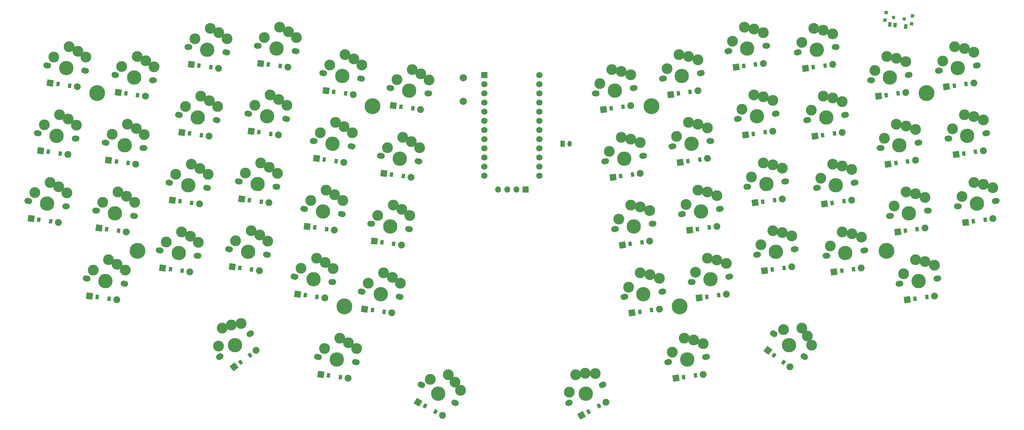
<source format=gts>
%TF.GenerationSoftware,KiCad,Pcbnew,8.0.1*%
%TF.CreationDate,2024-04-17T22:25:28+02:00*%
%TF.ProjectId,shockboard,73686f63-6b62-46f6-9172-642e6b696361,v1.0.0*%
%TF.SameCoordinates,Original*%
%TF.FileFunction,Soldermask,Top*%
%TF.FilePolarity,Negative*%
%FSLAX46Y46*%
G04 Gerber Fmt 4.6, Leading zero omitted, Abs format (unit mm)*
G04 Created by KiCad (PCBNEW 8.0.1) date 2024-04-17 22:25:28*
%MOMM*%
%LPD*%
G01*
G04 APERTURE LIST*
G04 Aperture macros list*
%AMRotRect*
0 Rectangle, with rotation*
0 The origin of the aperture is its center*
0 $1 length*
0 $2 width*
0 $3 Rotation angle, in degrees counterclockwise*
0 Add horizontal line*
21,1,$1,$2,0,0,$3*%
G04 Aperture macros list end*
%ADD10RotRect,0.900000X0.900000X352.500000*%
%ADD11C,1.000000*%
%ADD12RotRect,0.900000X1.250000X352.500000*%
%ADD13C,1.701800*%
%ADD14C,3.000000*%
%ADD15C,3.987800*%
%ADD16C,3.429000*%
%ADD17RotRect,1.778000X1.778000X352.000000*%
%ADD18RotRect,0.900000X1.200000X352.000000*%
%ADD19C,1.905000*%
%ADD20RotRect,1.778000X1.778000X8.000000*%
%ADD21RotRect,0.900000X1.200000X8.000000*%
%ADD22RotRect,1.778000X1.778000X323.000000*%
%ADD23RotRect,0.900000X1.200000X323.000000*%
%ADD24R,1.752600X1.752600*%
%ADD25C,1.752600*%
%ADD26R,1.700000X1.700000*%
%ADD27O,1.700000X1.700000*%
%ADD28C,0.700000*%
%ADD29C,4.400000*%
%ADD30C,2.000000*%
%ADD31R,1.200000X1.700000*%
%ADD32O,1.200000X1.700000*%
%ADD33RotRect,1.778000X1.778000X28.000000*%
%ADD34RotRect,0.900000X1.200000X28.000000*%
%ADD35RotRect,1.778000X1.778000X37.000000*%
%ADD36RotRect,0.900000X1.200000X37.000000*%
%ADD37RotRect,1.778000X1.778000X332.000000*%
%ADD38RotRect,0.900000X1.200000X332.000000*%
G04 APERTURE END LIST*
D10*
X315796339Y-72564466D03*
X315509181Y-74745644D03*
D11*
X317833939Y-73942213D03*
X320808273Y-74333791D03*
D10*
X323133031Y-73530360D03*
X322845873Y-75711538D03*
D12*
X321281015Y-76488934D03*
X318306682Y-76097355D03*
X316819513Y-75901566D03*
D13*
X317102121Y-128980547D03*
D14*
X318006262Y-126288519D03*
D15*
X322132683Y-128273550D03*
D14*
X323940965Y-122889492D03*
D13*
X327163245Y-127566553D03*
X158168515Y-168080338D03*
D14*
X164443069Y-162953695D03*
D16*
X163614989Y-168845790D03*
D14*
X169088227Y-165828150D03*
D13*
X169061463Y-169611242D03*
X335917213Y-126336259D03*
D14*
X336821354Y-123644231D03*
D15*
X340947775Y-125629262D03*
D14*
X342756057Y-120245204D03*
D13*
X345978337Y-124922265D03*
D17*
X78921384Y-129753271D03*
D18*
X81060365Y-130053886D03*
X84328249Y-130513158D03*
D19*
X86467230Y-130813773D03*
D13*
X138870351Y-100612962D03*
D14*
X145144905Y-95486319D03*
D16*
X144316825Y-101378414D03*
D14*
X149790063Y-98360774D03*
D13*
X149763299Y-102143866D03*
X99777241Y-108751458D03*
D14*
X101388381Y-106412925D03*
D15*
X104807803Y-109458455D03*
D14*
X108030083Y-104781395D03*
D13*
X109838365Y-110165452D03*
X254185292Y-90865947D03*
D14*
X255089433Y-88173919D03*
D15*
X259215854Y-90158950D03*
D14*
X261024136Y-84774892D03*
D13*
X264246416Y-89451953D03*
D17*
X155364728Y-131913148D03*
D18*
X157503709Y-132213763D03*
X160771593Y-132673035D03*
D19*
X162910574Y-132973650D03*
D20*
X313725295Y-95827875D03*
D21*
X315864276Y-95527260D03*
X319132160Y-95067988D03*
D19*
X321271141Y-94767373D03*
D13*
X299054086Y-140100571D03*
D14*
X303672480Y-133443024D03*
D16*
X304500560Y-139335119D03*
D14*
X308930001Y-134925750D03*
D13*
X309947034Y-138569667D03*
X160049778Y-89451953D03*
D14*
X161660918Y-87113420D03*
D15*
X165080340Y-90158950D03*
D14*
X168302620Y-85481890D03*
D13*
X170110902Y-90865947D03*
X316686209Y-129039002D03*
D14*
X321304603Y-122381455D03*
D16*
X322132683Y-128273550D03*
D14*
X326562124Y-123864181D03*
D13*
X327579157Y-127508098D03*
X335501301Y-126394714D03*
D14*
X340119695Y-119737167D03*
D16*
X340947775Y-125629262D03*
D14*
X345377216Y-121219893D03*
D13*
X346394249Y-124863810D03*
X117409360Y-119813030D03*
D14*
X119020500Y-117474497D03*
D15*
X122439922Y-120520027D03*
D14*
X125662202Y-115842967D03*
D13*
X127470484Y-121227024D03*
D22*
X283032512Y-166340026D03*
D23*
X284757564Y-167639948D03*
X287393062Y-169625934D03*
D19*
X289118114Y-170925856D03*
D20*
X245423574Y-155918432D03*
D21*
X247562555Y-155617817D03*
X250830439Y-155158545D03*
D19*
X252969420Y-154857930D03*
D13*
X116993448Y-119754575D03*
D14*
X123268002Y-114627932D03*
D16*
X122439922Y-120520027D03*
D14*
X127913160Y-117502387D03*
D13*
X127886396Y-121285479D03*
D17*
X173971058Y-136042839D03*
D18*
X176110039Y-136343454D03*
X179377923Y-136802726D03*
D19*
X181516904Y-137103341D03*
D17*
X115368599Y-143459125D03*
D18*
X117507580Y-143759740D03*
X120775464Y-144219012D03*
D19*
X122914445Y-144519627D03*
D13*
X119637736Y-100939482D03*
D14*
X125912290Y-95812839D03*
D16*
X125084210Y-101704934D03*
D14*
X130557448Y-98687294D03*
D13*
X130530684Y-102470386D03*
X99361329Y-108693003D03*
D14*
X105635883Y-103566360D03*
D16*
X104807803Y-109458455D03*
D14*
X110281041Y-106440815D03*
D13*
X110254277Y-110223907D03*
X170723246Y-150026922D03*
D14*
X172334386Y-147688389D03*
D15*
X175753808Y-150733919D03*
D14*
X178976088Y-146056859D03*
D13*
X180784370Y-151440916D03*
D20*
X276860563Y-106562927D03*
D21*
X278999544Y-106262312D03*
X282267428Y-105803040D03*
D19*
X284406409Y-105502425D03*
D13*
X271888608Y-83328774D03*
D14*
X276507002Y-76671227D03*
D16*
X277335082Y-82563322D03*
D14*
X281764523Y-78153953D03*
D13*
X282781556Y-81797870D03*
X136226062Y-119428057D03*
D14*
X142500616Y-114301414D03*
D16*
X141672536Y-120193509D03*
D14*
X147145774Y-117175869D03*
D13*
X147119010Y-120958961D03*
D24*
X204528096Y-89920735D03*
D25*
X204528096Y-92460735D03*
X204528096Y-95000735D03*
X204528097Y-97540735D03*
X204528096Y-100080735D03*
X204528093Y-102620735D03*
X204528093Y-105160735D03*
X204528096Y-107700735D03*
X204528097Y-110240735D03*
X204528096Y-112780735D03*
X204528096Y-115320735D03*
X204528096Y-117860735D03*
X219768096Y-89920735D03*
X219768096Y-92460735D03*
X219768096Y-95000735D03*
X219768095Y-97540735D03*
X219768096Y-100080735D03*
X219768099Y-102620735D03*
X219768099Y-105160735D03*
X219768096Y-107700735D03*
X219768095Y-110240735D03*
X219768096Y-112780735D03*
X219768096Y-115320735D03*
X219768096Y-117860735D03*
D26*
X215948096Y-121716737D03*
D27*
X213408098Y-121716735D03*
X210868096Y-121716735D03*
X208328096Y-121716735D03*
D13*
X291121219Y-83655288D03*
D14*
X295739613Y-76997741D03*
D16*
X296567693Y-82889836D03*
D14*
X300997134Y-78480467D03*
D13*
X302014167Y-82124384D03*
D17*
X100380767Y-113582467D03*
D18*
X102519748Y-113883082D03*
X105787632Y-114342354D03*
D19*
X107926613Y-114642969D03*
D13*
X141930553Y-81856328D03*
D14*
X143541693Y-79517795D03*
D15*
X146961115Y-82563325D03*
D14*
X150183395Y-77886265D03*
D13*
X151991677Y-83270322D03*
X296409796Y-121285479D03*
D14*
X301028190Y-114627932D03*
D16*
X301856270Y-120520027D03*
D14*
X306285711Y-116110658D03*
D13*
X307302744Y-119754575D03*
X178656113Y-93581643D03*
D14*
X180267253Y-91243110D03*
D15*
X183686675Y-94288640D03*
D14*
X186908955Y-89611580D03*
D13*
X188717237Y-94995637D03*
X158584427Y-168138793D03*
D14*
X160195567Y-165800260D03*
D15*
X163614989Y-168845790D03*
D14*
X166837269Y-164168730D03*
D13*
X168645551Y-169552787D03*
D28*
X314294847Y-138968449D03*
X314611041Y-137745818D03*
X314935794Y-140056561D03*
X315699153Y-137104871D03*
D29*
X315928789Y-138738813D03*
D28*
X316158425Y-140372755D03*
X316921784Y-137421065D03*
X317246537Y-139731808D03*
X317562731Y-138509177D03*
D17*
X123301463Y-87013845D03*
D18*
X125440444Y-87314460D03*
X128708328Y-87773732D03*
D19*
X130847309Y-88074347D03*
D17*
X134601208Y-143132611D03*
D18*
X136740189Y-143433226D03*
X140008073Y-143892498D03*
D19*
X142147054Y-144193113D03*
D13*
X333272922Y-107521166D03*
D14*
X334177063Y-104829138D03*
D15*
X338303484Y-106814169D03*
D14*
X340111766Y-101430111D03*
D13*
X343334046Y-106107172D03*
X240451623Y-132684279D03*
D14*
X245070017Y-126026732D03*
D16*
X245898097Y-131918827D03*
D14*
X250327538Y-127509458D03*
D13*
X251344571Y-131153375D03*
D17*
X159187953Y-172969801D03*
D18*
X161326934Y-173270416D03*
X164594818Y-173729688D03*
D19*
X166733799Y-174030303D03*
D20*
X274216271Y-87747834D03*
D21*
X276355252Y-87447219D03*
X279623136Y-86987947D03*
D19*
X281762117Y-86687332D03*
D13*
X187219401Y-175991724D03*
D14*
X189533202Y-174345267D03*
D15*
X191704775Y-178376640D03*
D14*
X196332377Y-175083724D03*
D13*
X196190149Y-180761556D03*
D20*
X282149138Y-144193115D03*
D21*
X284288119Y-143892500D03*
X287556003Y-143433228D03*
D19*
X289694984Y-143132613D03*
D28*
X164051247Y-153885913D03*
X164692194Y-152797801D03*
X164367441Y-155108544D03*
X165914825Y-152481607D03*
D29*
X165685189Y-154115549D03*
D28*
X165455553Y-155749491D03*
X167002937Y-153122554D03*
X166678184Y-155433297D03*
X167319131Y-154345185D03*
D13*
X102421529Y-89936367D03*
D14*
X104032669Y-87597834D03*
D15*
X107452091Y-90643364D03*
D14*
X110674371Y-85966304D03*
D13*
X112482653Y-91350361D03*
D30*
X198648098Y-90724043D03*
X198648098Y-97224043D03*
D13*
X293765509Y-102470383D03*
D14*
X298383903Y-95812836D03*
D16*
X299211983Y-101704931D03*
D14*
X303641424Y-97295562D03*
D13*
X304658457Y-100939479D03*
X262118159Y-147311228D03*
D14*
X263022300Y-144619200D03*
D15*
X267148721Y-146604231D03*
D14*
X268957003Y-141220173D03*
D13*
X272179283Y-145897234D03*
X274948806Y-102085412D03*
D14*
X275852947Y-99393384D03*
D15*
X279979368Y-101378415D03*
D14*
X281787650Y-95994357D03*
D13*
X285009930Y-100671418D03*
X272304520Y-83270319D03*
D14*
X273208661Y-80578291D03*
D15*
X277335082Y-82563322D03*
D14*
X279143364Y-77179264D03*
D13*
X282365644Y-81856325D03*
X274532894Y-102143867D03*
D14*
X279151288Y-95486320D03*
D16*
X279979368Y-101378415D03*
D14*
X284408809Y-96969046D03*
D13*
X285425842Y-100612963D03*
X314041919Y-110223907D03*
D14*
X318660313Y-103566360D03*
D16*
X319488393Y-109458455D03*
D14*
X323917834Y-105049086D03*
D13*
X324934867Y-108693003D03*
X170307334Y-149968467D03*
D14*
X176581888Y-144841824D03*
D16*
X175753808Y-150733919D03*
D14*
X181227046Y-147716279D03*
D13*
X181200282Y-151499371D03*
D20*
X257562398Y-174030299D03*
D21*
X259701379Y-173729684D03*
X262969263Y-173270412D03*
D19*
X265108244Y-172969797D03*
D13*
X259057957Y-128554590D03*
D14*
X263676351Y-121897043D03*
D16*
X264504431Y-127789138D03*
D14*
X268933872Y-123379769D03*
D13*
X269950905Y-127023686D03*
X186848563Y-175794546D03*
D14*
X194498131Y-173123102D03*
D16*
X191704775Y-178376640D03*
D14*
X197880031Y-177412944D03*
D13*
X196560987Y-180958734D03*
D20*
X335184678Y-111998677D03*
D21*
X337323659Y-111698062D03*
X340591543Y-111238790D03*
D19*
X342730524Y-110938175D03*
D20*
X301381752Y-144519630D03*
D21*
X303520733Y-144219015D03*
X306788617Y-143759743D03*
D19*
X308927598Y-143459128D03*
D13*
X159633866Y-89393498D03*
D14*
X165908420Y-84266855D03*
D16*
X165080340Y-90158950D03*
D14*
X170553578Y-87141310D03*
D13*
X170526814Y-90924402D03*
D20*
X240134998Y-118288248D03*
D21*
X242273979Y-117987633D03*
X245541863Y-117528361D03*
D19*
X247680844Y-117227746D03*
D13*
X80546233Y-106048715D03*
D14*
X86820787Y-100922072D03*
D16*
X85992707Y-106814167D03*
D14*
X91465945Y-103796527D03*
D13*
X91439181Y-107579619D03*
X228106044Y-180761560D03*
D14*
X228034930Y-177922644D03*
D15*
X232591418Y-178376644D03*
D14*
X232449189Y-172698812D03*
D13*
X237076792Y-175991728D03*
X296825708Y-121227024D03*
D14*
X297729849Y-118534996D03*
D15*
X301856270Y-120520027D03*
D14*
X303664552Y-115135969D03*
D13*
X306886832Y-119813030D03*
X277177185Y-120958962D03*
D14*
X281795579Y-114301415D03*
D16*
X282623659Y-120193510D03*
D14*
X287053100Y-115784141D03*
D13*
X288070133Y-119428058D03*
X311397632Y-91408816D03*
D14*
X316016026Y-84751269D03*
D16*
X316844106Y-90643364D03*
D14*
X321273547Y-86233995D03*
D13*
X322290580Y-89877912D03*
D20*
X256097043Y-95343461D03*
D21*
X258236024Y-95042846D03*
X261503908Y-94583574D03*
D19*
X263642889Y-94282959D03*
D13*
X256413668Y-109739498D03*
D14*
X261032062Y-103081951D03*
D16*
X261860142Y-108974046D03*
D14*
X266289583Y-104564677D03*
D13*
X267306616Y-108208594D03*
X243095914Y-151499376D03*
D14*
X247714308Y-144841829D03*
D16*
X248542388Y-150733924D03*
D14*
X252971829Y-146324555D03*
D13*
X253988862Y-149968472D03*
X154761202Y-127082138D03*
D14*
X156372342Y-124743605D03*
D15*
X159791764Y-127789135D03*
D14*
X163014044Y-123112075D03*
D13*
X164822326Y-128496132D03*
X284846774Y-161822136D03*
D14*
X287389649Y-160557907D03*
D15*
X288903842Y-164879356D03*
D14*
X293989597Y-162350896D03*
D13*
X292960910Y-167936576D03*
X130999853Y-168189337D03*
D14*
X131811549Y-160127473D03*
D16*
X135392348Y-164879354D03*
D14*
X137128718Y-158875398D03*
D13*
X139784843Y-161569371D03*
X156989577Y-108208593D03*
D14*
X163264131Y-103081950D03*
D16*
X162436051Y-108974045D03*
D14*
X167909289Y-105956405D03*
D13*
X167882525Y-109739497D03*
X314457831Y-110165452D03*
D14*
X315361972Y-107473424D03*
D15*
X319488393Y-109458455D03*
D14*
X321296675Y-104074397D03*
D13*
X324518955Y-108751458D03*
X97132953Y-127566554D03*
D14*
X98744093Y-125228021D03*
D15*
X102163515Y-128273551D03*
D14*
X105385795Y-123596491D03*
D13*
X107194077Y-128980548D03*
X256829580Y-109681043D03*
D14*
X257733721Y-106989015D03*
D15*
X261860142Y-108974046D03*
D14*
X263668424Y-103589988D03*
D13*
X266890704Y-108267049D03*
X255650641Y-169552787D03*
D14*
X256554782Y-166860759D03*
D15*
X260681203Y-168845790D03*
D14*
X262489485Y-163461732D03*
D13*
X265711765Y-168138793D03*
X141514641Y-81797873D03*
D14*
X147789195Y-76671230D03*
D16*
X146961115Y-82563325D03*
D14*
X152434353Y-79545685D03*
D13*
X152407589Y-83328777D03*
X173367534Y-131211835D03*
D14*
X174978674Y-128873302D03*
D15*
X178398096Y-131918832D03*
D14*
X181620376Y-127241772D03*
D13*
X183428658Y-132625829D03*
X94072748Y-146323193D03*
D14*
X100347302Y-141196550D03*
D16*
X99519222Y-147088645D03*
D14*
X104992460Y-144071005D03*
D13*
X104965696Y-147854097D03*
X122697940Y-82182840D03*
D14*
X124309080Y-79844307D03*
D15*
X127728502Y-82889837D03*
D14*
X130950782Y-78212777D03*
D13*
X132759064Y-83596834D03*
D17*
X142534075Y-86687332D03*
D18*
X144673056Y-86987947D03*
X147940940Y-87447219D03*
D19*
X150079921Y-87747834D03*
D28*
X106733459Y-138509177D03*
X107374406Y-137421065D03*
X107049653Y-139731808D03*
X108597037Y-137104871D03*
D29*
X108367401Y-138738813D03*
D28*
X108137765Y-140372755D03*
X109685149Y-137745818D03*
X109360396Y-140056561D03*
X110001343Y-138968449D03*
D17*
X81565671Y-110938177D03*
D18*
X83704652Y-111238792D03*
X86972536Y-111698064D03*
D19*
X89111517Y-111998679D03*
D13*
X131335280Y-167936574D03*
D14*
X130820936Y-165143736D03*
D15*
X135392348Y-164879354D03*
D14*
X134363662Y-159293675D03*
D13*
X139449416Y-161822134D03*
D17*
X171326771Y-154857930D03*
D18*
X173465752Y-155158545D03*
X176733636Y-155617817D03*
D19*
X178872617Y-155918432D03*
D13*
X152116911Y-145897232D03*
D14*
X153728051Y-143558699D03*
D15*
X157147473Y-146604229D03*
D14*
X160369753Y-141927169D03*
D13*
X162178035Y-147311226D03*
D31*
X226148094Y-108974045D03*
D32*
X228148094Y-108974045D03*
D17*
X118012884Y-124644038D03*
D18*
X120151865Y-124944653D03*
X123419749Y-125403925D03*
D19*
X125558730Y-125704540D03*
D17*
X152720440Y-150728237D03*
D18*
X154859421Y-151028852D03*
X158127305Y-151488124D03*
D19*
X160266286Y-151788739D03*
D17*
X84209958Y-92123084D03*
D18*
X86348939Y-92423699D03*
X89616823Y-92882971D03*
D19*
X91755804Y-93183586D03*
D13*
X237807336Y-113869187D03*
D14*
X242425730Y-107211640D03*
D16*
X243253810Y-113103735D03*
D14*
X247683251Y-108694366D03*
D13*
X248700284Y-112338283D03*
X261702247Y-147369683D03*
D14*
X266320641Y-140712136D03*
D16*
X267148721Y-146604231D03*
D14*
X271578162Y-142194862D03*
D13*
X272595195Y-145838779D03*
X136641974Y-119486512D03*
D14*
X138253114Y-117147979D03*
D15*
X141672536Y-120193509D03*
D14*
X144894816Y-115516449D03*
D13*
X146703098Y-120900506D03*
D17*
X95092187Y-151212651D03*
D18*
X97231168Y-151513266D03*
X100499052Y-151972538D03*
D19*
X102638033Y-152273153D03*
D20*
X293448883Y-88074345D03*
D21*
X295587864Y-87773730D03*
X298855748Y-87314458D03*
D19*
X300994729Y-87013843D03*
D17*
X176615351Y-117227745D03*
D18*
X178754332Y-117528360D03*
X182022216Y-117987632D03*
D19*
X184161197Y-118288247D03*
D13*
X114349156Y-138569667D03*
D14*
X120623710Y-133443024D03*
D16*
X119795630Y-139335119D03*
D14*
X125268868Y-136317479D03*
D13*
X125242104Y-140100571D03*
D17*
X120657172Y-105828938D03*
D18*
X122796153Y-106129553D03*
X126064037Y-106588825D03*
D19*
X128203018Y-106889440D03*
D13*
X238223248Y-113810732D03*
D14*
X239127389Y-111118704D03*
D15*
X243253810Y-113103735D03*
D14*
X245062092Y-107719677D03*
D13*
X248284372Y-112396738D03*
D20*
X261385623Y-132973648D03*
D21*
X263524604Y-132673033D03*
X266792488Y-132213761D03*
D19*
X268931469Y-131913146D03*
D13*
X151700999Y-145838777D03*
D14*
X157975553Y-140712134D03*
D16*
X157147473Y-146604229D03*
D14*
X162620711Y-143586589D03*
D13*
X162593947Y-147369681D03*
X299469998Y-140042116D03*
D14*
X300374139Y-137350088D03*
D15*
X304500560Y-139335119D03*
D14*
X306308842Y-133951061D03*
D13*
X309531122Y-138628122D03*
X279821472Y-139774056D03*
D14*
X284439866Y-133116509D03*
D16*
X285267946Y-139008604D03*
D14*
X289697387Y-134599235D03*
D13*
X290714420Y-138243152D03*
D20*
X332540389Y-93183588D03*
D21*
X334679370Y-92882973D03*
X337947254Y-92423701D03*
D19*
X340086235Y-92123086D03*
D20*
X237490713Y-99473154D03*
D21*
X239629694Y-99172539D03*
X242897578Y-98713267D03*
D19*
X245036559Y-98412652D03*
D17*
X179259637Y-98412650D03*
D18*
X181398618Y-98713265D03*
X184666502Y-99172537D03*
D19*
X186805483Y-99473152D03*
D13*
X122282028Y-82124385D03*
D14*
X128556582Y-76997742D03*
D16*
X127728502Y-82889837D03*
D14*
X133201740Y-79872197D03*
D13*
X133174976Y-83655289D03*
X243511826Y-151440921D03*
D14*
X244415967Y-148748893D03*
D15*
X248542388Y-150733924D03*
D14*
X250350670Y-145349866D03*
D13*
X253572950Y-150026927D03*
D28*
X256977063Y-154345186D03*
X257293257Y-153122555D03*
X257618010Y-155433298D03*
X258381369Y-152481608D03*
D29*
X258611005Y-154115550D03*
D28*
X258840641Y-155749492D03*
X259604000Y-152797802D03*
X259928753Y-155108545D03*
X260244947Y-153885914D03*
D13*
X330628633Y-88706073D03*
D14*
X331532774Y-86014045D03*
D15*
X335659195Y-87999076D03*
D14*
X337467477Y-82615018D03*
D13*
X340689757Y-87292079D03*
X77901944Y-124863811D03*
D14*
X84176498Y-119737168D03*
D16*
X83348418Y-125629263D03*
D14*
X88821656Y-122611623D03*
D13*
X88794892Y-126394715D03*
X319746408Y-147795639D03*
D14*
X320650549Y-145103611D03*
D15*
X324776970Y-147088642D03*
D14*
X326585252Y-141704584D03*
D13*
X329807532Y-146381645D03*
D17*
X137245500Y-124317516D03*
D18*
X139384481Y-124618131D03*
X142652365Y-125077403D03*
D19*
X144791346Y-125378018D03*
D20*
X258741333Y-114158554D03*
D21*
X260880314Y-113857939D03*
X264148198Y-113398667D03*
D19*
X266287179Y-113098052D03*
D13*
X114765068Y-138628122D03*
D14*
X116376208Y-136289589D03*
D15*
X119795630Y-139335119D03*
D14*
X123017910Y-134658059D03*
D13*
X124826192Y-140042116D03*
D17*
X97736474Y-132397558D03*
D18*
X99875455Y-132698173D03*
X103143339Y-133157445D03*
D19*
X105282320Y-133458060D03*
D13*
X120053648Y-100997937D03*
D14*
X121664788Y-98659404D03*
D15*
X125084210Y-101704934D03*
D14*
X128306490Y-97027874D03*
D13*
X130114772Y-102411931D03*
X172951622Y-131153380D03*
D14*
X179226176Y-126026737D03*
D16*
X178398096Y-131918832D03*
D14*
X183871334Y-128901192D03*
D13*
X183844570Y-132684284D03*
D17*
X160653306Y-94282962D03*
D18*
X162792287Y-94583577D03*
X166060171Y-95042849D03*
D19*
X168199152Y-95343464D03*
D13*
X291537131Y-83596833D03*
D14*
X292441272Y-80904805D03*
D15*
X296567693Y-82889836D03*
D14*
X298375975Y-77505778D03*
D13*
X301598255Y-82182839D03*
D20*
X319013872Y-133458060D03*
D21*
X321152853Y-133157445D03*
X324420737Y-132698173D03*
D19*
X326559718Y-132397558D03*
D28*
X95617316Y-94736110D03*
X96258263Y-93647998D03*
X95933510Y-95958741D03*
X97480894Y-93331804D03*
D29*
X97251258Y-94965746D03*
D28*
X97021622Y-96599688D03*
X98569006Y-93972751D03*
X98244253Y-96283494D03*
X98885200Y-95195382D03*
D13*
X83606439Y-87292074D03*
D14*
X85217579Y-84953541D03*
D15*
X88637001Y-87999071D03*
D14*
X91859281Y-83322011D03*
D13*
X93667563Y-88706068D03*
X133997686Y-138301605D03*
D14*
X135608826Y-135963072D03*
D15*
X139028248Y-139008602D03*
D14*
X142250528Y-134331542D03*
D13*
X144058810Y-139715599D03*
X255234729Y-169611242D03*
D14*
X259853123Y-162953695D03*
D16*
X260681203Y-168845790D03*
D14*
X265110644Y-164436421D03*
D13*
X266127677Y-168080338D03*
X240867535Y-132625824D03*
D14*
X241771676Y-129933796D03*
D15*
X245898097Y-131918827D03*
D14*
X247706379Y-126534769D03*
D13*
X250928659Y-131211830D03*
X235163046Y-95054095D03*
D14*
X239781440Y-88396548D03*
D16*
X240609520Y-94288643D03*
D14*
X245038961Y-89879274D03*
D13*
X246055994Y-93523191D03*
D20*
X296093173Y-106889440D03*
D21*
X298232154Y-106588825D03*
X301500038Y-106129553D03*
D19*
X303639019Y-105828938D03*
D13*
X94488660Y-146381648D03*
D14*
X96099800Y-144043115D03*
D15*
X99519222Y-147088645D03*
D14*
X102741502Y-142411585D03*
D13*
X104549784Y-147795642D03*
X284511347Y-161569373D03*
D14*
X292484641Y-160127475D03*
D16*
X288903842Y-164879356D03*
D14*
X295153825Y-164893550D03*
D13*
X293296337Y-168189339D03*
D28*
X171851903Y-98381391D03*
X172492850Y-97293279D03*
X172168097Y-99604022D03*
X173715481Y-96977085D03*
D29*
X173485845Y-98611027D03*
D28*
X173256209Y-100244969D03*
X174803593Y-97618032D03*
X174478840Y-99928775D03*
X175119787Y-98840663D03*
D20*
X337828968Y-130813771D03*
D21*
X339967949Y-130513156D03*
X343235833Y-130053884D03*
D19*
X345374814Y-129753269D03*
D13*
X176011822Y-112396739D03*
D14*
X177622962Y-110058206D03*
D15*
X181042384Y-113103736D03*
D14*
X184264664Y-108426676D03*
D13*
X186072946Y-113810733D03*
X253769380Y-90924402D03*
D14*
X258387774Y-84266855D03*
D16*
X259215854Y-90158950D03*
D14*
X263645295Y-85749581D03*
D13*
X264662328Y-89393498D03*
D28*
X325410993Y-95195384D03*
X325727187Y-93972753D03*
X326051940Y-96283496D03*
X326815299Y-93331806D03*
D29*
X327044935Y-94965748D03*
D28*
X327274571Y-96599690D03*
X328037930Y-93648000D03*
X328362683Y-95958743D03*
X328678877Y-94736112D03*
D20*
X279504847Y-125378019D03*
D21*
X281643828Y-125077404D03*
X284911712Y-124618132D03*
D19*
X287050693Y-124317517D03*
D20*
X316369584Y-114642967D03*
D21*
X318508565Y-114342352D03*
X321776449Y-113883080D03*
D19*
X323915430Y-113582465D03*
D17*
X158009015Y-113098052D03*
D18*
X160147996Y-113398667D03*
X163415880Y-113857939D03*
D19*
X165554861Y-114158554D03*
D20*
X242779285Y-137103339D03*
D21*
X244918266Y-136802724D03*
X248186150Y-136343452D03*
D19*
X250325131Y-136042837D03*
D13*
X96717041Y-127508099D03*
D14*
X102991595Y-122381456D03*
D16*
X102163515Y-128273551D03*
D14*
X107636753Y-125255911D03*
D13*
X107609989Y-129039003D03*
D20*
X298737464Y-125704537D03*
D21*
X300876445Y-125403922D03*
X304144329Y-124944650D03*
D19*
X306283310Y-124644035D03*
D13*
X175595910Y-112338284D03*
D14*
X181870464Y-107211641D03*
D16*
X181042384Y-113103736D03*
D14*
X186515622Y-110086096D03*
D13*
X186488858Y-113869188D03*
X280237384Y-139715601D03*
D14*
X281141525Y-137023573D03*
D15*
X285267946Y-139008604D03*
D14*
X287076228Y-133624546D03*
D13*
X290298508Y-138301607D03*
X319330496Y-147854094D03*
D14*
X323948890Y-141196547D03*
D16*
X324776970Y-147088642D03*
D14*
X329206411Y-142679273D03*
D13*
X330223444Y-146323190D03*
X330212721Y-88764528D03*
D14*
X334831115Y-82106981D03*
D16*
X335659195Y-87999076D03*
D14*
X340088636Y-83589707D03*
D13*
X341105669Y-87233624D03*
D20*
X321658159Y-152273154D03*
D21*
X323797140Y-151972539D03*
X327065024Y-151513267D03*
D19*
X329204005Y-151212652D03*
D13*
X139286263Y-100671417D03*
D14*
X140897403Y-98332884D03*
D15*
X144316825Y-101378414D03*
D14*
X147539105Y-96701354D03*
D13*
X149347387Y-102085411D03*
D33*
X231433908Y-184315181D03*
D34*
X233341072Y-183301122D03*
X236254804Y-181751866D03*
D19*
X238161968Y-180737807D03*
D13*
X157405489Y-108267048D03*
D14*
X159016629Y-105928515D03*
D15*
X162436051Y-108974045D03*
D14*
X165658331Y-104296985D03*
D13*
X167466613Y-109681042D03*
X235578958Y-94995640D03*
D14*
X236483099Y-92303612D03*
D15*
X240609520Y-94288643D03*
D14*
X242417802Y-88904585D03*
D13*
X245640082Y-93581646D03*
X259473869Y-128496135D03*
D14*
X260378010Y-125804107D03*
D15*
X264504431Y-127789138D03*
D14*
X266312713Y-122405080D03*
D13*
X269534993Y-127082141D03*
D28*
X249176410Y-98840664D03*
X249492604Y-97618033D03*
X249817357Y-99928776D03*
X250580716Y-96977086D03*
D29*
X250810352Y-98611028D03*
D28*
X251039988Y-100244970D03*
X251803347Y-97293280D03*
X252128100Y-99604023D03*
X252444294Y-98381392D03*
D13*
X294181421Y-102411928D03*
D14*
X295085562Y-99719900D03*
D15*
X299211983Y-101704931D03*
D14*
X301020265Y-96320873D03*
D13*
X304242545Y-100997934D03*
X154345290Y-127023683D03*
D14*
X160619844Y-121897040D03*
D16*
X159791764Y-127789135D03*
D14*
X165265002Y-124771495D03*
D13*
X165238238Y-128554587D03*
X78317856Y-124922266D03*
D14*
X79928996Y-122583733D03*
D15*
X83348418Y-125629263D03*
D14*
X86570698Y-120952203D03*
D13*
X88378980Y-126336260D03*
X102005617Y-89877912D03*
D14*
X108280171Y-84751269D03*
D16*
X107452091Y-90643364D03*
D14*
X112925329Y-87625724D03*
D13*
X112898565Y-91408816D03*
X133581774Y-138243150D03*
D14*
X139856328Y-133116507D03*
D16*
X139028248Y-139008602D03*
D14*
X144501486Y-135990962D03*
D13*
X144474722Y-139774054D03*
X311813544Y-91350361D03*
D14*
X312717685Y-88658333D03*
D15*
X316844106Y-90643364D03*
D14*
X318652388Y-85259306D03*
D13*
X321874668Y-89936367D03*
X227735206Y-180958738D03*
D14*
X229798062Y-173123106D03*
D16*
X232591418Y-178376644D03*
D14*
X235245638Y-172718233D03*
D13*
X237447630Y-175794550D03*
X178240201Y-93523188D03*
D14*
X184514755Y-88396545D03*
D16*
X183686675Y-94288640D03*
D14*
X189159913Y-91271000D03*
D13*
X189133149Y-95054092D03*
X83190527Y-87233619D03*
D14*
X89465081Y-82106976D03*
D16*
X88637001Y-87999071D03*
D14*
X94110239Y-84981431D03*
D13*
X94083475Y-88764523D03*
X80962145Y-106107170D03*
D14*
X82573285Y-103768637D03*
D15*
X85992707Y-106814167D03*
D14*
X89214987Y-102137107D03*
D13*
X91023269Y-107521164D03*
D17*
X139889787Y-105502423D03*
D18*
X142028768Y-105803038D03*
X145296652Y-106262310D03*
D19*
X147435633Y-106562925D03*
D13*
X277593097Y-120900507D03*
D14*
X278497238Y-118208479D03*
D15*
X282623659Y-120193510D03*
D14*
X284431941Y-114809452D03*
D13*
X287654221Y-119486513D03*
D20*
X264029909Y-151788742D03*
D21*
X266168890Y-151488127D03*
X269436774Y-151028855D03*
D19*
X271575755Y-150728240D03*
D13*
X332857010Y-107579621D03*
D14*
X337475404Y-100922074D03*
D16*
X338303484Y-106814169D03*
D14*
X342732925Y-102404800D03*
D13*
X343749958Y-106048717D03*
D35*
X135178079Y-170925856D03*
D36*
X136903131Y-169625934D03*
X139538629Y-167639948D03*
D19*
X141263681Y-166340026D03*
D37*
X186134226Y-180737809D03*
D38*
X188041390Y-181751868D03*
X190955122Y-183301124D03*
D19*
X192862286Y-184315183D03*
D17*
X103025051Y-94767372D03*
D18*
X105164032Y-95067987D03*
X108431916Y-95527259D03*
D19*
X110570897Y-95827874D03*
M02*

</source>
